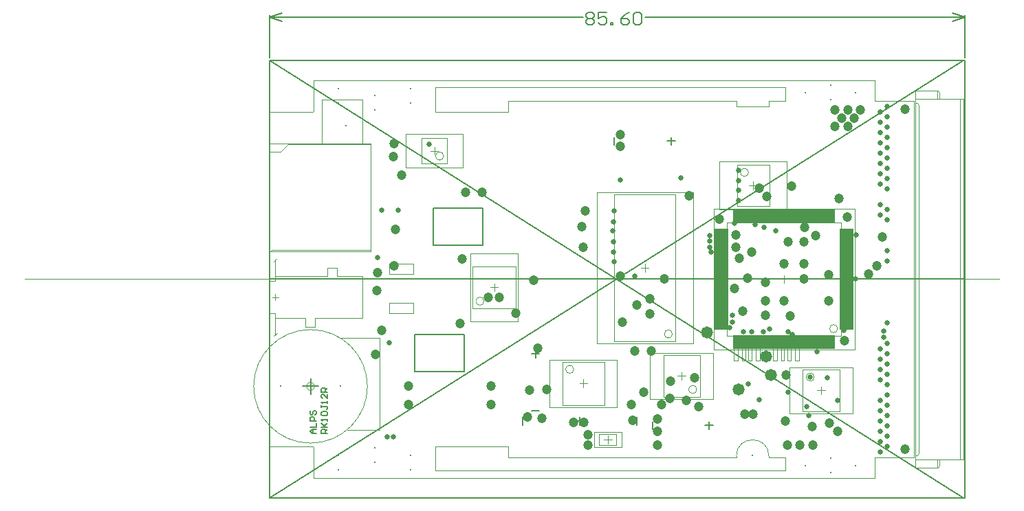
<source format=gbs>
G04*
G04 #@! TF.GenerationSoftware,Altium Limited,Altium Designer,18.0.7 (293)*
G04*
G04 Layer_Color=16711935*
%FSLAX25Y25*%
%MOIN*%
G70*
G01*
G75*
%ADD14C,0.00591*%
%ADD15C,0.00591*%
%ADD16C,0.00800*%
%ADD18C,0.00394*%
%ADD19C,0.00197*%
%ADD20C,0.00600*%
%ADD65C,0.00800*%
%ADD66R,0.00800X0.00800*%
%ADD67C,0.02572*%
%ADD68C,0.04737*%
%ADD69C,0.05800*%
%ADD83R,0.01981X0.06509*%
%ADD84R,0.06509X0.01981*%
D14*
X-312823Y94500D02*
X-312811Y94488D01*
X-312823Y-0D02*
X24185D01*
X-312823Y106299D02*
X23398Y-106299D01*
X-312823D02*
X23398Y106299D01*
X-312823D02*
X24185D01*
Y-106299D02*
Y106299D01*
X-312823Y-106299D02*
Y106299D01*
Y-106299D02*
X24185D01*
X-296937Y-52000D02*
X-289063D01*
X-293000Y-55937D02*
Y-48063D01*
D15*
X-218500Y-45000D02*
Y-27000D01*
X-242500Y-27000D02*
X-218500D01*
X-242500Y-45000D02*
Y-27000D01*
X-242500Y-45000D02*
X-218500D01*
X-233500Y34500D02*
X-233500Y34500D01*
X-209500D01*
X-209500Y34500D02*
X-209500Y34500D01*
X-209500Y16500D02*
Y34500D01*
X-233500Y16500D02*
X-209500D01*
X-233500D02*
X-233500Y16500D01*
Y34500D01*
D16*
X-290264Y-74822D02*
X-292263D01*
X-293263Y-73822D01*
X-292263Y-72823D01*
X-290264D01*
X-291763D01*
Y-74822D01*
X-293263Y-71823D02*
X-290264D01*
Y-69824D01*
Y-68824D02*
X-293263D01*
Y-67325D01*
X-292763Y-66825D01*
X-291763D01*
X-291263Y-67325D01*
Y-68824D01*
X-292763Y-63826D02*
X-293263Y-64325D01*
Y-65325D01*
X-292763Y-65825D01*
X-292263D01*
X-291763Y-65325D01*
Y-64325D01*
X-291263Y-63826D01*
X-290764D01*
X-290264Y-64325D01*
Y-65325D01*
X-290764Y-65825D01*
X-284745Y-74822D02*
X-287744D01*
Y-73322D01*
X-287244Y-72823D01*
X-286244D01*
X-285745Y-73322D01*
Y-74822D01*
Y-73822D02*
X-284745Y-72823D01*
X-287744Y-71823D02*
X-284745D01*
X-285745D01*
X-287744Y-69824D01*
X-286244Y-71323D01*
X-284745Y-69824D01*
Y-68824D02*
Y-67824D01*
Y-68324D01*
X-287744D01*
X-287244Y-68824D01*
Y-66325D02*
X-287744Y-65825D01*
Y-64825D01*
X-287244Y-64325D01*
X-285245D01*
X-284745Y-64825D01*
Y-65825D01*
X-285245Y-66325D01*
X-287244D01*
X-287744Y-61326D02*
Y-62326D01*
Y-61826D01*
X-285245D01*
X-284745Y-62326D01*
Y-62826D01*
X-285245Y-63326D01*
X-284745Y-60327D02*
Y-59327D01*
Y-59827D01*
X-287744D01*
X-287244Y-60327D01*
X-284745Y-55828D02*
Y-57828D01*
X-286744Y-55828D01*
X-287244D01*
X-287744Y-56328D01*
Y-57328D01*
X-287244Y-57828D01*
X-284745Y-54829D02*
X-287744D01*
Y-53329D01*
X-287244Y-52829D01*
X-286244D01*
X-285745Y-53329D01*
Y-54829D01*
Y-53829D02*
X-284745Y-52829D01*
X-118252Y65031D02*
Y68968D01*
X-120220Y67000D02*
X-116284D01*
X-145811Y65031D02*
Y68968D01*
X-99752Y-72969D02*
Y-69032D01*
X-101720Y-71000D02*
X-97783D01*
X-127311Y-72969D02*
Y-69032D01*
X-185968Y-36252D02*
X-182032D01*
X-184000Y-38221D02*
Y-34284D01*
X-185968Y-63811D02*
X-182032D01*
X-162548Y-70868D02*
Y-66931D01*
X-164516Y-68900D02*
X-160580D01*
X-134989Y-70868D02*
Y-66931D01*
X-162552Y-70868D02*
Y-66931D01*
X-164521Y-68900D02*
X-160583D01*
X-190111Y-70868D02*
Y-66931D01*
D18*
X-70866Y-85827D02*
G03*
X-86614Y-85827I-7874J0D01*
G01*
X-307677Y61823D02*
X-304000Y65500D01*
X-313000Y61823D02*
X-307677D01*
X-313000D02*
Y81201D01*
X-304000Y65500D02*
X-264000D01*
Y14000D02*
Y65500D01*
X-312000Y14000D02*
X-264000D01*
X-313000Y13000D02*
X-312000Y14000D01*
X-313000Y-862D02*
Y13000D01*
X-291701Y-81201D02*
X-291500Y-81402D01*
Y-96457D02*
Y-81402D01*
X-310098Y-18972D02*
Y-16610D01*
X-313000D02*
X-310098D01*
Y-18972D02*
X-295532D01*
X-313000Y-862D02*
X-310098D01*
Y1500D01*
X-291701Y81201D02*
X-291500Y81402D01*
X-313000Y-40600D02*
Y-16610D01*
X-295532Y-23106D02*
Y-18972D01*
Y-23106D02*
X-290807D01*
Y-18972D01*
X-267972D01*
Y1500D01*
X-280177D02*
X-267972D01*
X-280177D02*
Y5634D01*
X-284902D02*
X-280177D01*
X-284902Y1500D02*
Y5634D01*
X-310098Y1500D02*
X-284902D01*
X-313000Y-81201D02*
Y-40600D01*
X-232445Y96457D02*
X-59543D01*
X-232445Y93000D02*
X-63000D01*
X-232445Y81201D02*
Y93000D01*
X-291500Y96457D02*
X-232445D01*
X-63000Y86614D02*
Y93000D01*
X-59543Y96457D02*
X-19685D01*
X-63000Y-93000D02*
Y-86614D01*
X-291500Y-96457D02*
X-19685D01*
X-232445Y-93000D02*
Y-81201D01*
Y-93000D02*
X-63000D01*
X-19685Y86614D02*
X-500D01*
X-19685Y-86614D02*
X-500D01*
X-218500Y-45000D02*
Y-27000D01*
X-242500D02*
X-218500D01*
X-242500Y-45000D02*
Y-27000D01*
Y-45000D02*
X-218500D01*
X-233500Y34500D02*
X-233500Y34500D01*
X-209500D01*
Y16500D02*
Y34500D01*
X-209500Y16500D02*
X-209500Y16500D01*
X-233500Y16500D02*
X-209500D01*
X-233500D02*
Y34500D01*
X-63000Y86614D02*
X-63000Y86614D01*
X-70866Y86614D02*
X-63000D01*
X-19685Y86614D02*
Y96457D01*
X-70866Y-86614D02*
X-63000D01*
X-19685Y-96457D02*
Y-86614D01*
X-232445Y81201D02*
X-197244D01*
X-313000D02*
X-291701D01*
X-291500Y81402D02*
Y96457D01*
X-232445Y-81201D02*
X-197244D01*
X-313000D02*
X-291701D01*
X-197244Y81201D02*
Y86614D01*
Y-86614D02*
X-86614D01*
X-70866D02*
Y-85827D01*
X-86614Y-86614D02*
Y-85827D01*
X-197244Y-86614D02*
Y-81201D01*
X-500Y86614D02*
X-500Y-86614D01*
X-197244Y86614D02*
X-86614D01*
X-70866Y83858D02*
Y86614D01*
X-86614Y83858D02*
Y86614D01*
Y83858D02*
X-70866D01*
X-265441Y-52000D02*
G03*
X-265441Y-52000I-27559J0D01*
G01*
X-291032D02*
G03*
X-291032Y-52000I-1969J0D01*
G01*
X-117614Y-26587D02*
G03*
X-117614Y-26587I-1969J0D01*
G01*
X-228472Y59741D02*
G03*
X-228472Y59741I-1969J0D01*
G01*
X-208921Y-10693D02*
G03*
X-208921Y-10693I-1969J0D01*
G01*
X-48847Y-47504D02*
G03*
X-48847Y-47504I-1969J0D01*
G01*
X-105816Y-53496D02*
G03*
X-105816Y-53496I-1969J0D01*
G01*
X-80762Y51799D02*
G03*
X-80762Y51799I-1969J0D01*
G01*
X-165424Y-43710D02*
G03*
X-165424Y-43710I-1969J0D01*
G01*
X-37516Y-24016D02*
G03*
X-37516Y-24016I-1969J0D01*
G01*
X-431500Y0D02*
X40945Y-0D01*
X-313213Y13500D02*
Y65665D01*
X-264000D01*
Y13500D02*
Y65665D01*
X-313213Y13500D02*
X-264000D01*
X-267936Y65664D02*
Y87318D01*
X-287622D02*
X-267936D01*
X-287622Y65787D02*
Y87318D01*
Y65787D02*
X-287500Y65665D01*
X-259535Y-73063D02*
Y-28378D01*
X-275284Y-73063D02*
X-259535D01*
X-278827Y-28378D02*
X-259535D01*
X-145961Y41130D02*
X-116039D01*
X-145961Y-30130D02*
X-116039D01*
X-145961D02*
Y41130D01*
X-116039Y-30130D02*
Y41130D01*
X-226898Y56197D02*
Y68402D01*
X-239102Y56197D02*
Y68402D01*
Y56197D02*
X-226898D01*
X-239102Y68402D02*
X-226898D01*
X-193567Y-14236D02*
Y6236D01*
X-214433Y-14236D02*
Y6236D01*
X-193567D01*
X-214433Y-14236D02*
X-193567D01*
X-254748Y7480D02*
X-243252D01*
X-254748Y2362D02*
X-243252D01*
Y7480D01*
X-254748Y2362D02*
Y7480D01*
X-243252D01*
X-254748Y2362D02*
X-243252D01*
Y7480D01*
X-254748Y2362D02*
Y7480D01*
Y2362D02*
Y7480D01*
X-243252Y2362D02*
Y7480D01*
X-254748Y2362D02*
X-243252D01*
X-254748Y7480D02*
X-243252D01*
X-254748Y-16559D02*
X-243252D01*
X-254748Y-11441D02*
X-243252D01*
X-254748Y-16559D02*
Y-11441D01*
X-243252Y-16559D02*
Y-11441D01*
X-254748Y-16559D02*
X-243252D01*
X-254748Y-11441D02*
X-243252D01*
X-254748Y-16559D02*
Y-11441D01*
X-243252Y-16559D02*
Y-11441D01*
Y-16559D02*
Y-11441D01*
X-254748Y-16559D02*
Y-11441D01*
X-243252D01*
X-254748Y-16559D02*
X-243252D01*
X-54358Y-64039D02*
Y-43961D01*
X-36642Y-64039D02*
Y-43961D01*
X-54358D02*
X-36642D01*
X-54358Y-64039D02*
X-36642D01*
X-104242Y-57039D02*
Y-36961D01*
X-121958Y-57039D02*
Y-36961D01*
Y-57039D02*
X-104242D01*
X-121958Y-36961D02*
X-104242D01*
X-86274Y35658D02*
X-70526D01*
X-86274Y55343D02*
X-70526D01*
Y35658D02*
Y55343D01*
X-86274Y35658D02*
Y55343D01*
X-153034Y-80359D02*
X-144766D01*
X-153034Y-75241D02*
X-144766D01*
Y-80359D02*
Y-75241D01*
X-153034Y-80359D02*
Y-75241D01*
X-310886Y-27634D02*
X-309311Y-26059D01*
X-310886Y8587D02*
X-309311Y10161D01*
X-310098Y1500D02*
Y9374D01*
Y-26847D02*
Y-18972D01*
X-290807D02*
X-267972D01*
X-290807Y-23106D02*
Y-18972D01*
X-295532Y-23106D02*
X-290807D01*
X-295532D02*
Y-18972D01*
X-310098D02*
X-295532D01*
X-310098Y1500D02*
X-284902D01*
Y5634D01*
X-280177D01*
Y1500D02*
Y5634D01*
Y1500D02*
X-267972D01*
Y-18972D02*
Y1500D01*
X-170936Y-61033D02*
X-150464D01*
X-170936Y-40167D02*
X-150464D01*
Y-61033D02*
Y-40167D01*
X-170936Y-61033D02*
Y-40167D01*
X-91059Y-27559D02*
X-35941D01*
X-91059Y27559D02*
X-35941D01*
Y-27559D02*
Y27559D01*
X-91059Y-27559D02*
Y27559D01*
X0Y-85630D02*
X984D01*
X1969Y-84646D01*
Y0D01*
Y84646D01*
X984Y85630D02*
X1969Y84646D01*
X0Y85630D02*
X984D01*
X0Y-91339D02*
X10827D01*
X11024D01*
X11811Y-90551D01*
Y-87402D01*
Y87402D02*
X11811Y87402D01*
X11811Y87402D02*
Y90551D01*
X11024Y91339D02*
X11811Y90551D01*
X10827Y91339D02*
X11024D01*
X0D02*
X10827D01*
X23622Y-87402D02*
Y87402D01*
X0Y-87402D02*
X23622D01*
X0Y87402D02*
X23622D01*
X0Y-91339D02*
Y91339D01*
X21850Y-87402D02*
Y87402D01*
X10827Y-91240D02*
Y-87598D01*
Y-91240D02*
X10925Y-91339D01*
X10827Y87402D02*
Y91339D01*
X-14764Y0D02*
X25591D01*
X-131000Y3531D02*
Y7468D01*
X-132968Y5500D02*
X-129032D01*
X-234968Y62300D02*
X-231031D01*
X-233000Y60331D02*
Y64268D01*
X-205968Y-4000D02*
X-202031D01*
X-204000Y-5968D02*
Y-2032D01*
X-47469Y-54000D02*
X-43532D01*
X-45500Y-55968D02*
Y-52031D01*
X-115068Y-47000D02*
X-111132D01*
X-113100Y-48968D02*
Y-45031D01*
X-78400Y43532D02*
Y47469D01*
X-80369Y45500D02*
X-76432D01*
X-148900Y-79769D02*
Y-75832D01*
X-150868Y-77800D02*
X-146932D01*
X-310098Y-10311D02*
Y-7161D01*
X-311673Y-8736D02*
X-308524D01*
X-160700Y-52569D02*
Y-48632D01*
X-162669Y-50600D02*
X-158731D01*
X-63500Y-1969D02*
Y1969D01*
X-65469Y0D02*
X-61532D01*
D19*
X-68899Y-33350D02*
X-66931Y-33350D01*
X-64962Y-33350D02*
X-63387D01*
X-61813D02*
X-60238D01*
X-58269D02*
X-56300Y-33350D01*
X-58269Y-39650D02*
X-56300Y-39649D01*
X-61813Y-39650D02*
X-60238D01*
X-64962Y-39650D02*
X-63387D01*
X-68899Y-39649D02*
X-66931Y-39650D01*
Y-33350D01*
X-64962Y-39650D02*
Y-33350D01*
X-63387Y-39650D02*
Y-33350D01*
X-61813Y-39650D02*
X-61813Y-33350D01*
X-60238D02*
X-60238Y-39650D01*
X-58269Y-39650D02*
Y-33350D01*
X-68899Y-39649D02*
Y-33350D01*
X-56300Y-39649D02*
Y-33350D01*
X-87799D02*
X-85831Y-33350D01*
X-83862Y-33350D02*
X-82287D01*
X-80713Y-33350D02*
X-79138D01*
X-77169Y-33350D02*
X-75200Y-33350D01*
X-77169Y-39650D02*
X-75200Y-39649D01*
X-80713Y-39650D02*
X-79138D01*
X-83862D02*
X-82287Y-39650D01*
X-87799Y-39649D02*
X-85831Y-39650D01*
Y-33350D01*
X-83862Y-33350D02*
X-83862Y-39650D01*
X-82287Y-39650D02*
Y-33350D01*
X-80713Y-39650D02*
Y-33350D01*
X-79138Y-39650D02*
Y-33350D01*
X-77169Y-39650D02*
Y-33350D01*
X-87799Y-39649D02*
Y-33350D01*
X-75200Y-39649D02*
Y-33350D01*
X-154327Y42114D02*
X-107673D01*
X-154327Y-31114D02*
X-107673D01*
X-154327D02*
Y42114D01*
X-107673Y-31114D02*
Y42114D01*
X-219024Y54229D02*
Y70370D01*
X-246976Y54229D02*
Y70370D01*
Y54229D02*
X-219024D01*
X-246976Y70370D02*
X-219024D01*
X-192583Y-20339D02*
Y12339D01*
X-215417Y-20339D02*
Y12339D01*
X-192583D01*
X-215417Y-20339D02*
X-192583D01*
X-60854Y-65024D02*
Y-42976D01*
X-30146Y-65024D02*
Y-42976D01*
X-60854D02*
X-30146D01*
X-60854Y-65024D02*
X-30146D01*
X-97746Y-58024D02*
Y-35976D01*
X-128454Y-58024D02*
Y-35976D01*
Y-58024D02*
X-97746D01*
X-128454Y-35976D02*
X-97746D01*
X-94739Y33689D02*
X-62061D01*
X-94739Y57311D02*
X-62061D01*
Y33689D02*
Y57311D01*
X-94739Y33689D02*
Y57311D01*
X-155593Y-81540D02*
X-142207D01*
X-155593Y-74060D02*
X-142207D01*
Y-81540D02*
Y-74060D01*
X-155593Y-81540D02*
Y-74060D01*
X-177039Y-62017D02*
X-144361D01*
X-177039Y-39183D02*
X-144361D01*
Y-62017D02*
Y-39183D01*
X-177039Y-62017D02*
Y-39183D01*
X-97654Y-34154D02*
X-29346D01*
X-97654Y34154D02*
X-29346D01*
Y-34154D02*
Y34154D01*
X-97654Y-34154D02*
Y34154D01*
D20*
X18185Y125000D02*
X24185Y127000D01*
X18185Y129000D02*
X24185Y127000D01*
X-312823D02*
X-306823Y129000D01*
X-312823Y127000D02*
X-306823Y125000D01*
X-130823Y127000D02*
X24185D01*
X-312823D02*
X-161014D01*
X24185Y107595D02*
Y128000D01*
X-312823Y107595D02*
Y128000D01*
X-159415Y128399D02*
X-158415Y129399D01*
X-156415D01*
X-155416Y128399D01*
Y127400D01*
X-156415Y126400D01*
X-155416Y125400D01*
Y124401D01*
X-156415Y123401D01*
X-158415D01*
X-159415Y124401D01*
Y125400D01*
X-158415Y126400D01*
X-159415Y127400D01*
Y128399D01*
X-158415Y126400D02*
X-156415D01*
X-149418Y129399D02*
X-153417D01*
Y126400D01*
X-151417Y127400D01*
X-150417D01*
X-149418Y126400D01*
Y124401D01*
X-150417Y123401D01*
X-152417D01*
X-153417Y124401D01*
X-147418Y123401D02*
Y124401D01*
X-146419D01*
Y123401D01*
X-147418D01*
X-138421Y129399D02*
X-140421Y128399D01*
X-142420Y126400D01*
Y124401D01*
X-141420Y123401D01*
X-139421D01*
X-138421Y124401D01*
Y125400D01*
X-139421Y126400D01*
X-142420D01*
X-136422Y128399D02*
X-135422Y129399D01*
X-133423D01*
X-132423Y128399D01*
Y124401D01*
X-133423Y123401D01*
X-135422D01*
X-136422Y124401D01*
Y128399D01*
D65*
X-276000Y74500D02*
D03*
X-278433Y-52000D02*
D03*
X-307567D02*
D03*
X-78740Y-85433D02*
D03*
D66*
X-279500Y-85500D02*
D03*
Y-92500D02*
D03*
X-244500Y-85500D02*
D03*
Y-92500D02*
D03*
X-279500Y85500D02*
D03*
Y92500D02*
D03*
X-53260Y90500D02*
D03*
X-29000D02*
D03*
X-41000Y87000D02*
D03*
Y94000D02*
D03*
Y-94000D02*
D03*
Y-87000D02*
D03*
X-29000Y-90500D02*
D03*
X-53260D02*
D03*
X-262000Y-82000D02*
D03*
Y-89000D02*
D03*
X-244500Y92500D02*
D03*
X-262000Y89000D02*
D03*
Y82000D02*
D03*
X-244500Y85500D02*
D03*
D67*
X-28400Y21654D02*
D03*
X-235500Y65500D02*
D03*
X-250500Y33500D02*
D03*
X-258500D02*
D03*
X-113500Y49000D02*
D03*
X-255000Y-31000D02*
D03*
X-253000Y-76500D02*
D03*
X-256000D02*
D03*
X-34500Y-25000D02*
D03*
X-143000Y48000D02*
D03*
X-136000Y1500D02*
D03*
X-146000Y8500D02*
D03*
X-146100Y13200D02*
D03*
Y18300D02*
D03*
X-146400Y23500D02*
D03*
X-146200Y27900D02*
D03*
X-146000Y33000D02*
D03*
X-75500Y-58500D02*
D03*
X-15100Y-25300D02*
D03*
X-13500Y-31260D02*
D03*
X-17000Y-33760D02*
D03*
X-15100Y-28100D02*
D03*
X-17000Y61240D02*
D03*
X-79263Y-25400D02*
D03*
X-17000Y81240D02*
D03*
X-13500Y83740D02*
D03*
Y-81260D02*
D03*
X-17000Y-83740D02*
D03*
Y71240D02*
D03*
X-13500Y78740D02*
D03*
Y73740D02*
D03*
Y68740D02*
D03*
X-17000Y56240D02*
D03*
X-77500Y26500D02*
D03*
X-99000Y13000D02*
D03*
X-99500Y15500D02*
D03*
Y18500D02*
D03*
Y21000D02*
D03*
X-88500Y-21000D02*
D03*
X-88400Y-17600D02*
D03*
X-83200Y-25400D02*
D03*
X-90000Y-23500D02*
D03*
X-61500Y-55000D02*
D03*
X-80900Y-50800D02*
D03*
X-37500Y-59000D02*
D03*
X-42500Y-48000D02*
D03*
X-51400Y-66300D02*
D03*
X-52500Y-62000D02*
D03*
X-67500Y23500D02*
D03*
X-50800Y-47500D02*
D03*
X-260500Y10500D02*
D03*
X-87500Y27000D02*
D03*
X-73300Y25100D02*
D03*
X-47400Y-35200D02*
D03*
X-59589Y-26796D02*
D03*
X-61546Y-25400D02*
D03*
X-70500Y-24300D02*
D03*
X-73357Y-25400D02*
D03*
X-85600Y38000D02*
D03*
Y52800D02*
D03*
Y43100D02*
D03*
Y47900D02*
D03*
X-29000Y0D02*
D03*
X-17000Y-78760D02*
D03*
X-13500Y-76260D02*
D03*
X-17000Y-73760D02*
D03*
X-13500Y-71260D02*
D03*
X-17000Y-68760D02*
D03*
X-13500Y-66260D02*
D03*
X-17000Y-63760D02*
D03*
X-13500Y-61260D02*
D03*
X-17000Y-58760D02*
D03*
X-13500Y-56260D02*
D03*
Y-51260D02*
D03*
X-17000Y-48760D02*
D03*
X-13500Y-46260D02*
D03*
X-17000Y-43760D02*
D03*
X-13500Y-41260D02*
D03*
X-17000Y-38760D02*
D03*
X-13500Y-36260D02*
D03*
Y-21260D02*
D03*
Y8740D02*
D03*
Y13740D02*
D03*
Y28740D02*
D03*
X-17000Y31240D02*
D03*
X-13500Y33740D02*
D03*
X-17000Y36240D02*
D03*
X-13500Y43740D02*
D03*
X-17000Y46240D02*
D03*
X-13500Y48740D02*
D03*
X-17000Y51240D02*
D03*
X-13500Y53740D02*
D03*
Y58740D02*
D03*
Y63740D02*
D03*
X-17000Y66240D02*
D03*
Y76240D02*
D03*
D68*
X-181000Y-67500D02*
D03*
X-249000Y50500D02*
D03*
X-209890Y42000D02*
D03*
X-218000D02*
D03*
X-252000Y24000D02*
D03*
X-252720Y59599D02*
D03*
X-252610Y65821D02*
D03*
X-261000Y-5500D02*
D03*
X-143000Y70000D02*
D03*
Y64500D02*
D03*
X-184890Y-500D02*
D03*
X-207000Y-9000D02*
D03*
X-201500D02*
D03*
X-193610Y-16468D02*
D03*
X-183000Y-33543D02*
D03*
X-261500Y-36500D02*
D03*
X-260500Y3000D02*
D03*
X-161500Y25500D02*
D03*
X-161000Y15500D02*
D03*
X-5000Y-82500D02*
D03*
Y82500D02*
D03*
X-178500Y-53500D02*
D03*
X-125000Y-80500D02*
D03*
Y-74000D02*
D03*
Y-68000D02*
D03*
X-121500Y0D02*
D03*
X-128500Y-9500D02*
D03*
Y-17000D02*
D03*
X-135000Y-12500D02*
D03*
X-142000Y-21000D02*
D03*
X-143000Y1500D02*
D03*
X-160000Y33000D02*
D03*
X-34100Y-29700D02*
D03*
X-48100Y21200D02*
D03*
X-53700Y18100D02*
D03*
X-62500Y-46600D02*
D03*
X-86700Y15400D02*
D03*
Y21500D02*
D03*
X-79200Y13000D02*
D03*
X-81200Y600D02*
D03*
X-219500Y9900D02*
D03*
X-220400Y-21400D02*
D03*
X-37000Y39000D02*
D03*
X-32500Y74000D02*
D03*
X-39000D02*
D03*
X-35500Y78000D02*
D03*
X-29500D02*
D03*
X-39000Y82000D02*
D03*
X-32500D02*
D03*
X-26500D02*
D03*
X-16000Y20500D02*
D03*
X-22500Y2500D02*
D03*
X-18500Y6500D02*
D03*
X-53500Y25000D02*
D03*
X-75500Y44000D02*
D03*
X-72000Y40000D02*
D03*
X-54000Y0D02*
D03*
Y7500D02*
D03*
X-37500Y-74000D02*
D03*
X-95000Y29000D02*
D03*
X-60000Y45000D02*
D03*
X-123000Y-61000D02*
D03*
X-119000Y-58000D02*
D03*
X-78500Y-65500D02*
D03*
X-82500D02*
D03*
X-62000Y-80500D02*
D03*
X-56000D02*
D03*
X-49500D02*
D03*
X-109500Y40500D02*
D03*
X-83500Y-15500D02*
D03*
X-87500Y-4500D02*
D03*
X-107000Y-48000D02*
D03*
X-111000Y-59000D02*
D03*
X-128000Y-35000D02*
D03*
X-63000Y-69000D02*
D03*
X-136000Y-35000D02*
D03*
X-137500Y-61000D02*
D03*
X-188000Y-67000D02*
D03*
X-50000Y-71500D02*
D03*
X-105000Y-62000D02*
D03*
X-41500Y-70000D02*
D03*
X-33000Y30000D02*
D03*
X-61500Y18000D02*
D03*
X-42000Y2000D02*
D03*
Y-10500D02*
D03*
X-60500Y-18000D02*
D03*
X-72500Y-17500D02*
D03*
X-131500Y-55000D02*
D03*
X-137000Y-68500D02*
D03*
X-158500Y-80500D02*
D03*
Y-75500D02*
D03*
X-160500Y-69500D02*
D03*
X-165500D02*
D03*
X-118500Y-49500D02*
D03*
X-252500Y6500D02*
D03*
X-258500Y-25000D02*
D03*
X-205500Y-61000D02*
D03*
Y-52000D02*
D03*
X-245500D02*
D03*
Y-61000D02*
D03*
X-187000Y-54000D02*
D03*
X-85100Y10000D02*
D03*
X-72400Y-10400D02*
D03*
X-63400Y7541D02*
D03*
X-63559Y-10500D02*
D03*
X-72500Y-1400D02*
D03*
D69*
X-101000Y-26000D02*
D03*
X-70000Y-46500D02*
D03*
X-85500Y-53500D02*
D03*
X-72300Y-37400D02*
D03*
D83*
X-39878Y-30413D02*
D03*
X-41846D02*
D03*
X-43815D02*
D03*
X-45783D02*
D03*
X-47752D02*
D03*
X-49720D02*
D03*
X-51689Y-30413D02*
D03*
X-53658Y-30413D02*
D03*
X-55626D02*
D03*
X-57595D02*
D03*
X-59563D02*
D03*
X-61532D02*
D03*
X-63500Y-30413D02*
D03*
X-65469D02*
D03*
X-67437D02*
D03*
X-69406Y-30413D02*
D03*
X-71374D02*
D03*
X-73343D02*
D03*
X-75311D02*
D03*
X-77280D02*
D03*
X-79248D02*
D03*
X-81217D02*
D03*
X-83185D02*
D03*
X-85154D02*
D03*
X-87122D02*
D03*
Y30413D02*
D03*
X-85154D02*
D03*
X-83185D02*
D03*
X-81217D02*
D03*
X-79248D02*
D03*
X-77280D02*
D03*
X-75311D02*
D03*
X-73343D02*
D03*
X-71374D02*
D03*
X-69406D02*
D03*
X-67437D02*
D03*
X-65469D02*
D03*
X-63500D02*
D03*
X-61532D02*
D03*
X-59563D02*
D03*
X-57595D02*
D03*
X-55626D02*
D03*
X-53658D02*
D03*
X-51689D02*
D03*
X-49720D02*
D03*
X-47752D02*
D03*
X-45783D02*
D03*
X-43815D02*
D03*
X-41846D02*
D03*
X-39878D02*
D03*
D84*
X-93913Y-23622D02*
D03*
Y-21654D02*
D03*
Y-19685D02*
D03*
Y-17717D02*
D03*
Y-15748D02*
D03*
Y-13780D02*
D03*
Y-11811D02*
D03*
Y-9843D02*
D03*
Y-7874D02*
D03*
Y-5906D02*
D03*
Y-3937D02*
D03*
Y-1969D02*
D03*
Y0D02*
D03*
Y1969D02*
D03*
Y3937D02*
D03*
Y5906D02*
D03*
Y7874D02*
D03*
Y9843D02*
D03*
Y11811D02*
D03*
Y13780D02*
D03*
Y15748D02*
D03*
Y17717D02*
D03*
Y19685D02*
D03*
Y21654D02*
D03*
Y23622D02*
D03*
X-33087D02*
D03*
Y21654D02*
D03*
Y19685D02*
D03*
Y17717D02*
D03*
Y15748D02*
D03*
Y13780D02*
D03*
Y11811D02*
D03*
Y9843D02*
D03*
Y7874D02*
D03*
Y5906D02*
D03*
X-33087Y3937D02*
D03*
Y1969D02*
D03*
Y0D02*
D03*
X-33087Y-1969D02*
D03*
Y-3937D02*
D03*
Y-5906D02*
D03*
Y-7874D02*
D03*
Y-9843D02*
D03*
X-33087Y-11811D02*
D03*
X-33087Y-13780D02*
D03*
Y-15748D02*
D03*
Y-17717D02*
D03*
Y-19685D02*
D03*
Y-21654D02*
D03*
Y-23622D02*
D03*
M02*

</source>
